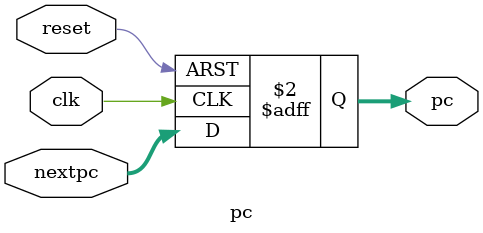
<source format=v>


module pc(
    input            clk,reset,
    input  [31:0]    nextpc,
    output reg[31:0] pc
    // input            pcsrc   //the sigal for pc control
 );

always @(posedge clk,posedge reset) begin
    if (reset)
        pc <= 32'b0;
    // else if (pcsrc & ~reset)
    //     pc <= npc; 
    // else if(~pcsrc & ~reset)
    else  
        pc <= nextpc;      
end
endmodule
</source>
